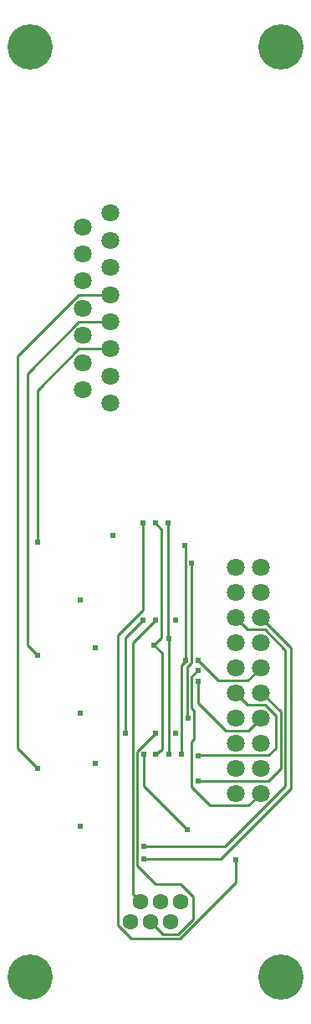
<source format=gbl>
G04*
G04 #@! TF.GenerationSoftware,Altium Limited,Altium Designer,22.6.1 (34)*
G04*
G04 Layer_Physical_Order=4*
G04 Layer_Color=16711680*
%FSLAX23Y23*%
%MOIN*%
G70*
G04*
G04 #@! TF.SameCoordinates,B6A25038-3202-4191-8880-7B975E66899D*
G04*
G04*
G04 #@! TF.FilePolarity,Positive*
G04*
G01*
G75*
%ADD12C,0.010*%
%ADD28C,0.071*%
%ADD29C,0.063*%
%ADD30C,0.180*%
%ADD31C,0.024*%
D12*
X1573Y1940D02*
X1746Y1767D01*
X1573Y1940D02*
Y2065D01*
X1639Y2079D02*
X1646Y2086D01*
X1638Y2079D02*
X1639D01*
X1624Y2065D02*
X1638Y2079D01*
X1620Y2065D02*
X1624D01*
X1646Y2086D02*
Y2469D01*
X1530Y1510D02*
X1560Y1480D01*
X1530Y1510D02*
Y2510D01*
X1620Y2600D01*
X1898Y1700D02*
X2138Y1940D01*
X1575Y1700D02*
X1898D01*
X1790Y2270D02*
Y2355D01*
Y2270D02*
X1900Y2160D01*
X1872Y2358D02*
X1988D01*
X1790Y2440D02*
X1872Y2358D01*
X1900Y2160D02*
X1990D01*
X2040Y2210D01*
X1988Y2262D02*
X2057D01*
X1940Y2310D02*
X1988Y2262D01*
X2057D02*
X2100Y2218D01*
X2138Y1940D02*
Y2480D01*
X2057Y2562D02*
X2138Y2480D01*
X1988Y2562D02*
X2057D01*
X1940Y2610D02*
X1988Y2562D01*
X1880Y1650D02*
X2160Y1930D01*
X2040Y2610D02*
X2160Y2490D01*
Y1930D02*
Y2490D01*
X1573Y1650D02*
X1880D01*
X1622Y1548D02*
X1722D01*
X1548Y1622D02*
Y2077D01*
Y1622D02*
X1622Y1548D01*
X2072Y2062D02*
X2100Y2090D01*
Y2218D01*
X2069Y1959D02*
X2120Y2010D01*
X2045Y2310D02*
X2120Y2235D01*
Y2010D02*
Y2235D01*
X1792Y2062D02*
X2072D01*
X1645Y2530D02*
Y2960D01*
X1615Y2500D02*
X1645Y2530D01*
X1620Y2985D02*
X1645Y2960D01*
X1672Y2528D02*
X1675Y2525D01*
X1672Y2528D02*
Y2982D01*
X1670Y2985D02*
X1672Y2982D01*
X1470Y1387D02*
Y2540D01*
Y1387D02*
X1525Y1332D01*
X1470Y2540D02*
X1570Y2640D01*
X1500Y2150D02*
Y2529D01*
X1571Y2600D01*
X1765Y2251D02*
Y2375D01*
X1775Y2127D02*
Y2241D01*
X1765Y2117D02*
X1775Y2127D01*
X1765Y2251D02*
X1775Y2241D01*
X1765Y1935D02*
Y2117D01*
Y1935D02*
X1838Y1862D01*
X1725Y2065D02*
Y2421D01*
X1740Y2436D01*
Y2440D01*
X1791Y1959D02*
X2069D01*
X1790Y1960D02*
X1791Y1959D01*
X1790Y2060D02*
X1792Y2062D01*
X1838Y1862D02*
X1992D01*
X1765Y2375D02*
X1790Y2400D01*
X1992Y1862D02*
X2040Y1910D01*
X1747Y2213D02*
Y2223D01*
Y2213D02*
X1750Y2210D01*
X1747Y2223D02*
X1747Y2223D01*
X1747Y2223D02*
Y2412D01*
X2040Y2310D02*
X2045D01*
X1747Y2412D02*
X1765Y2430D01*
Y2825D01*
X1570Y2640D02*
Y2985D01*
X1940Y1555D02*
Y1645D01*
X1717Y1332D02*
X1940Y1555D01*
X1525Y1332D02*
X1717D01*
X1675Y2065D02*
Y2525D01*
X1548Y2077D02*
X1621Y2150D01*
X1722Y1548D02*
X1770Y1500D01*
Y1410D02*
Y1500D01*
X1988Y2358D02*
X2040Y2410D01*
X1615Y2500D02*
X1646Y2469D01*
X1739Y2441D02*
Y2895D01*
X1737Y2897D02*
X1739Y2895D01*
Y2441D02*
X1740Y2440D01*
X1710Y1350D02*
X1770Y1410D01*
X1650Y1350D02*
X1710D01*
X1600Y1400D02*
X1650Y1350D01*
X1315Y3894D02*
X1442D01*
X1070Y3648D02*
X1315Y3894D01*
X1070Y2090D02*
Y3648D01*
Y2090D02*
X1150Y2010D01*
X1315Y3786D02*
X1442D01*
X1110Y3581D02*
X1315Y3786D01*
X1110Y2500D02*
Y3581D01*
Y2500D02*
X1150Y2460D01*
X1315Y3678D02*
X1442D01*
X1150Y3513D02*
X1315Y3678D01*
X1150Y2910D02*
Y3513D01*
D28*
X2040Y2810D02*
D03*
Y2710D02*
D03*
Y2610D02*
D03*
Y2510D02*
D03*
Y2110D02*
D03*
Y2210D02*
D03*
Y2310D02*
D03*
Y2410D02*
D03*
X1940D02*
D03*
Y2310D02*
D03*
Y2210D02*
D03*
Y2110D02*
D03*
Y2510D02*
D03*
Y2610D02*
D03*
Y2710D02*
D03*
Y2810D02*
D03*
Y1910D02*
D03*
Y2010D02*
D03*
X2040D02*
D03*
Y1910D02*
D03*
X1330Y3516D02*
D03*
Y3624D02*
D03*
Y3732D02*
D03*
Y3840D02*
D03*
Y3948D02*
D03*
Y4056D02*
D03*
Y4164D02*
D03*
X1442Y4218D02*
D03*
Y4110D02*
D03*
Y4002D02*
D03*
Y3894D02*
D03*
Y3786D02*
D03*
Y3678D02*
D03*
Y3570D02*
D03*
Y3462D02*
D03*
D29*
X1520Y1400D02*
D03*
X1600D02*
D03*
X1680D02*
D03*
X1560Y1480D02*
D03*
X1640D02*
D03*
X1720D02*
D03*
D30*
X1120Y1180D02*
D03*
X2120D02*
D03*
Y4880D02*
D03*
X1120D02*
D03*
D31*
X1573Y2065D02*
D03*
X1620D02*
D03*
X1746Y1767D02*
D03*
X1790Y2440D02*
D03*
X1573Y1650D02*
D03*
X1320Y1780D02*
D03*
Y2230D02*
D03*
Y2680D02*
D03*
X1670Y2985D02*
D03*
X1620Y2985D02*
D03*
X1380Y2030D02*
D03*
X1500Y2150D02*
D03*
X1380Y2490D02*
D03*
X1725Y2065D02*
D03*
X1790Y1960D02*
D03*
Y2060D02*
D03*
X1750Y2210D02*
D03*
X1765Y2825D02*
D03*
X1570Y2985D02*
D03*
X1940Y1645D02*
D03*
X1675Y2065D02*
D03*
X1571Y2600D02*
D03*
X1575Y1700D02*
D03*
X1700Y2600D02*
D03*
Y2150D02*
D03*
X1450Y2935D02*
D03*
X1790Y2355D02*
D03*
Y2400D02*
D03*
X1615Y2500D02*
D03*
X1621Y2150D02*
D03*
X1675Y2525D02*
D03*
X1620Y2600D02*
D03*
X1737Y2897D02*
D03*
X1740Y2440D02*
D03*
X1150Y2010D02*
D03*
Y2910D02*
D03*
Y2460D02*
D03*
M02*

</source>
